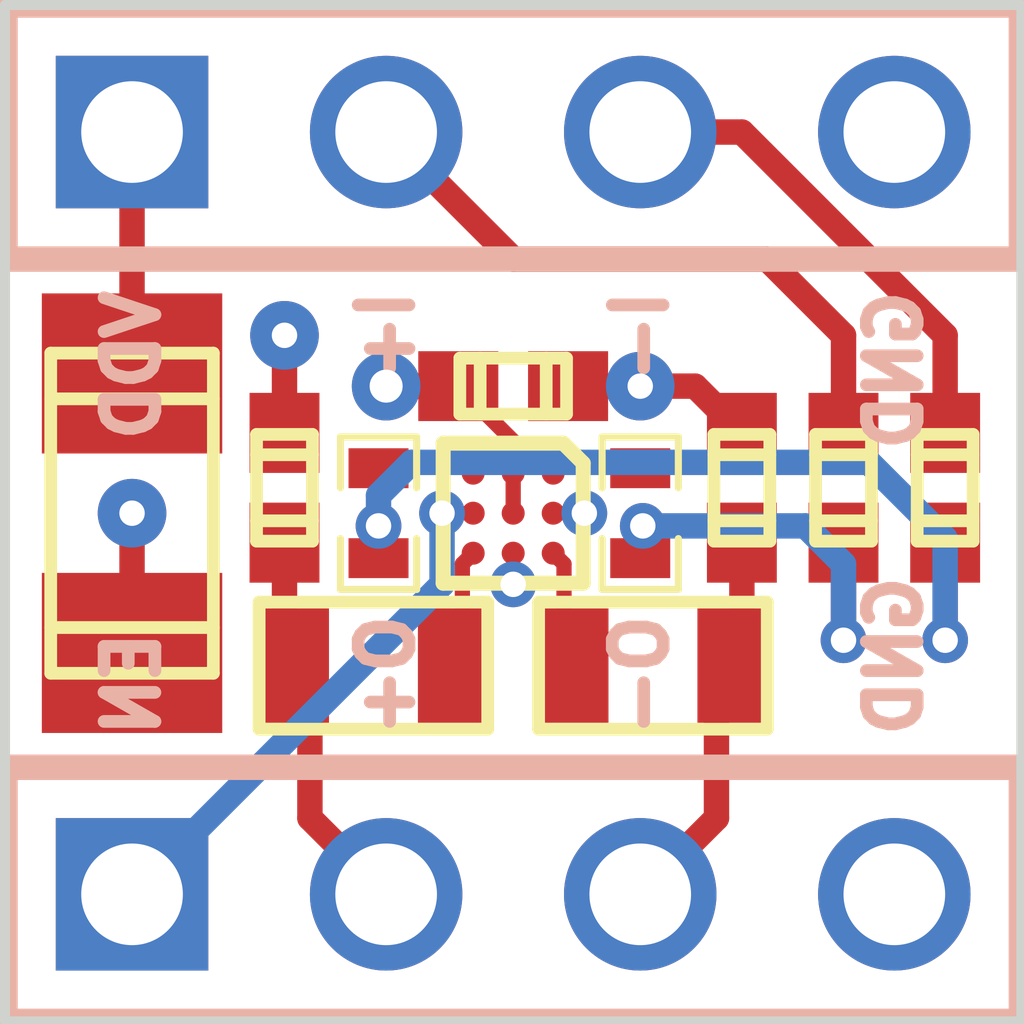
<source format=kicad_pcb>
(kicad_pcb (version 3) (host pcbnew "(2013-june-11)-stable")

  (general
    (links 24)
    (no_connects 0)
    (area 213.105999 60.2234 223.86169 74.3966)
    (thickness 1.6)
    (drawings 12)
    (tracks 64)
    (zones 0)
    (modules 13)
    (nets 14)
  )

  (page A3)
  (layers
    (15 F.Cu signal hide)
    (2 Inner2.Cu signal hide)
    (1 Inner1.Cu signal hide)
    (0 B.Cu signal hide)
    (19 F.Paste user)
    (20 B.SilkS user hide)
    (21 F.SilkS user)
    (22 B.Mask user)
    (23 F.Mask user)
    (28 Edge.Cuts user)
  )

  (setup
    (last_trace_width 0.254)
    (trace_clearance 0.127)
    (zone_clearance 0.1524)
    (zone_45_only no)
    (trace_min 0.127)
    (segment_width 0.2)
    (edge_width 0.1)
    (via_size 0.6858)
    (via_drill 0.3302)
    (via_min_size 0.4572)
    (via_min_drill 0.254)
    (uvia_size 0.4572)
    (uvia_drill 0.254)
    (uvias_allowed no)
    (uvia_min_size 0.4572)
    (uvia_min_drill 0.254)
    (pcb_text_width 0.3)
    (pcb_text_size 1.5 1.5)
    (mod_edge_width 0.15)
    (mod_text_size 1 1)
    (mod_text_width 0.15)
    (pad_size 0.23 0.23)
    (pad_drill 0)
    (pad_to_mask_clearance 0)
    (aux_axis_origin 0 0)
    (visible_elements FFFFFFBF)
    (pcbplotparams
      (layerselection 284721159)
      (usegerberextensions true)
      (excludeedgelayer true)
      (linewidth 0.150000)
      (plotframeref false)
      (viasonmask false)
      (mode 1)
      (useauxorigin false)
      (hpglpennumber 1)
      (hpglpenspeed 20)
      (hpglpendiameter 15)
      (hpglpenoverlay 2)
      (psnegative false)
      (psa4output false)
      (plotreference true)
      (plotvalue true)
      (plotothertext true)
      (plotinvisibletext false)
      (padsonsilk false)
      (subtractmaskfromsilk true)
      (outputformat 1)
      (mirror false)
      (drillshape 0)
      (scaleselection 1)
      (outputdirectory gerber/))
  )

  (net 0 "")
  (net 1 /EN)
  (net 2 /GND)
  (net 3 /IN+)
  (net 4 /IN+_BGA)
  (net 5 /IN-)
  (net 6 /IN-_BGA)
  (net 7 /OUT+)
  (net 8 /OUT-)
  (net 9 /Vdd)
  (net 10 /Vo+_BGA)
  (net 11 /Vo-_BGA)
  (net 12 N-000001)
  (net 13 N-000002)

  (net_class Default "This is the default net class."
    (clearance 0.127)
    (trace_width 0.254)
    (via_dia 0.6858)
    (via_drill 0.3302)
    (uvia_dia 0.4572)
    (uvia_drill 0.254)
    (add_net "")
    (add_net /IN+)
    (add_net /IN-)
    (add_net /OUT+)
    (add_net /OUT-)
    (add_net /Vdd)
  )

  (net_class BGA ""
    (clearance 0.127)
    (trace_width 0.127)
    (via_dia 0.4572)
    (via_drill 0.254)
    (uvia_dia 0.4572)
    (uvia_drill 0.254)
    (add_net /EN)
    (add_net /GND)
    (add_net /IN+_BGA)
    (add_net /IN-_BGA)
    (add_net /Vo+_BGA)
    (add_net /Vo-_BGA)
  )

  (net_class small_via ""
    (clearance 0.127)
    (trace_width 0.254)
    (via_dia 0.4572)
    (via_drill 0.254)
    (uvia_dia 0.4572)
    (uvia_drill 0.254)
    (add_net N-000001)
    (add_net N-000002)
  )

  (module SM0603 (layer F.Cu) (tedit 53CAE48B) (tstamp 52FD9A12)
    (at 217.043 68.834 180)
    (path /52FD96AA)
    (attr smd)
    (fp_text reference FB1 (at 0 0 270) (layer F.SilkS) hide
      (effects (font (size 0.508 0.4572) (thickness 0.1143)))
    )
    (fp_text value FILTER (at 0 0 180) (layer F.SilkS) hide
      (effects (font (size 0.508 0.4572) (thickness 0.1143)))
    )
    (fp_line (start -1.143 -0.635) (end 1.143 -0.635) (layer F.SilkS) (width 0.127))
    (fp_line (start 1.143 -0.635) (end 1.143 0.635) (layer F.SilkS) (width 0.127))
    (fp_line (start 1.143 0.635) (end -1.143 0.635) (layer F.SilkS) (width 0.127))
    (fp_line (start -1.143 0.635) (end -1.143 -0.635) (layer F.SilkS) (width 0.127))
    (pad 1 smd rect (at -0.762 0 180) (size 0.635 1.143)
      (layers F.Cu F.Paste F.Mask)
      (net 10 /Vo+_BGA)
    )
    (pad 2 smd rect (at 0.762 0 180) (size 0.635 1.143)
      (layers F.Cu F.Paste F.Mask)
      (net 7 /OUT+)
    )
    (model smd\resistors\R0603.wrl
      (at (xyz 0 0 0.001))
      (scale (xyz 0.5 0.5 0.5))
      (rotate (xyz 0 0 0))
    )
  )

  (module SM0603 (layer F.Cu) (tedit 53CAE48D) (tstamp 52FD9A1C)
    (at 219.837 68.834)
    (path /52FD96B7)
    (attr smd)
    (fp_text reference FB2 (at 0 0 90) (layer F.SilkS) hide
      (effects (font (size 0.508 0.4572) (thickness 0.1143)))
    )
    (fp_text value FILTER (at 0 0) (layer F.SilkS) hide
      (effects (font (size 0.508 0.4572) (thickness 0.1143)))
    )
    (fp_line (start -1.143 -0.635) (end 1.143 -0.635) (layer F.SilkS) (width 0.127))
    (fp_line (start 1.143 -0.635) (end 1.143 0.635) (layer F.SilkS) (width 0.127))
    (fp_line (start 1.143 0.635) (end -1.143 0.635) (layer F.SilkS) (width 0.127))
    (fp_line (start -1.143 0.635) (end -1.143 -0.635) (layer F.SilkS) (width 0.127))
    (pad 1 smd rect (at -0.762 0) (size 0.635 1.143)
      (layers F.Cu F.Paste F.Mask)
      (net 11 /Vo-_BGA)
    )
    (pad 2 smd rect (at 0.762 0) (size 0.635 1.143)
      (layers F.Cu F.Paste F.Mask)
      (net 8 /OUT-)
    )
    (model smd\resistors\R0603.wrl
      (at (xyz 0 0 0.001))
      (scale (xyz 0.5 0.5 0.5))
      (rotate (xyz 0 0 0))
    )
  )

  (module SM0402_r (layer F.Cu) (tedit 53CAE47B) (tstamp 52FD9A28)
    (at 217.0938 67.31 90)
    (path /52FD91F7)
    (clearance 0.127)
    (attr smd)
    (fp_text reference R2 (at 0 0 90) (layer F.SilkS) hide
      (effects (font (size 0.35052 0.3048) (thickness 0.07112)))
    )
    (fp_text value R (at 0.09906 0 90) (layer F.SilkS) hide
      (effects (font (size 0.35052 0.3048) (thickness 0.07112)))
    )
    (fp_line (start -0.254 -0.381) (end -0.762 -0.381) (layer F.SilkS) (width 0.07112))
    (fp_line (start -0.762 -0.381) (end -0.762 0.381) (layer F.SilkS) (width 0.07112))
    (fp_line (start -0.762 0.381) (end -0.254 0.381) (layer F.SilkS) (width 0.07112))
    (fp_line (start 0.254 -0.381) (end 0.762 -0.381) (layer F.SilkS) (width 0.07112))
    (fp_line (start 0.762 -0.381) (end 0.762 0.381) (layer F.SilkS) (width 0.07112))
    (fp_line (start 0.762 0.381) (end 0.254 0.381) (layer F.SilkS) (width 0.07112))
    (pad 1 smd rect (at -0.44958 0 90) (size 0.39878 0.59944)
      (layers F.Cu F.Paste F.Mask)
      (net 12 N-000001)
    )
    (pad 2 smd rect (at 0.44958 0 90) (size 0.39878 0.59944)
      (layers F.Cu F.Paste F.Mask)
      (net 6 /IN-_BGA)
    )
    (model smd/resistors/R0402.wrl
      (at (xyz 0 0 0))
      (scale (xyz 0.27 0.27 0.27))
      (rotate (xyz 0 0 0))
    )
  )

  (module SM0402_r (layer F.Cu) (tedit 53CAE47F) (tstamp 52FD9A34)
    (at 219.71 67.31 90)
    (path /52FD9206)
    (attr smd)
    (fp_text reference R1 (at 0 0 90) (layer F.SilkS) hide
      (effects (font (size 0.35052 0.3048) (thickness 0.07112)))
    )
    (fp_text value R (at 0.09906 0 90) (layer F.SilkS) hide
      (effects (font (size 0.35052 0.3048) (thickness 0.07112)))
    )
    (fp_line (start -0.254 -0.381) (end -0.762 -0.381) (layer F.SilkS) (width 0.07112))
    (fp_line (start -0.762 -0.381) (end -0.762 0.381) (layer F.SilkS) (width 0.07112))
    (fp_line (start -0.762 0.381) (end -0.254 0.381) (layer F.SilkS) (width 0.07112))
    (fp_line (start 0.254 -0.381) (end 0.762 -0.381) (layer F.SilkS) (width 0.07112))
    (fp_line (start 0.762 -0.381) (end 0.762 0.381) (layer F.SilkS) (width 0.07112))
    (fp_line (start 0.762 0.381) (end 0.254 0.381) (layer F.SilkS) (width 0.07112))
    (pad 1 smd rect (at -0.44958 0 90) (size 0.39878 0.59944)
      (layers F.Cu F.Paste F.Mask)
      (net 13 N-000002)
    )
    (pad 2 smd rect (at 0.44958 0 90) (size 0.39878 0.59944)
      (layers F.Cu F.Paste F.Mask)
      (net 4 /IN+_BGA)
    )
    (model smd/resistors/R0402.wrl
      (at (xyz 0 0 0))
      (scale (xyz 0.27 0.27 0.27))
      (rotate (xyz 0 0 0))
    )
  )

  (module PIN_ARRAY_4x1 (layer B.Cu) (tedit 52FD9D08) (tstamp 52FD9A40)
    (at 218.44 63.5)
    (descr "Double rangee de contacts 2 x 5 pins")
    (tags CONN)
    (path /52FD8BBE)
    (fp_text reference P1 (at 0 2.54) (layer B.SilkS) hide
      (effects (font (size 1.016 1.016) (thickness 0.2032)) (justify mirror))
    )
    (fp_text value CONN_4 (at 0 -2.54) (layer B.SilkS) hide
      (effects (font (size 1.016 1.016) (thickness 0.2032)) (justify mirror))
    )
    (fp_line (start 5.08 -1.27) (end -5.08 -1.27) (layer B.SilkS) (width 0.254))
    (fp_line (start 5.08 1.27) (end -5.08 1.27) (layer B.SilkS) (width 0.254))
    (fp_line (start -5.08 1.27) (end -5.08 -1.27) (layer B.SilkS) (width 0.254))
    (fp_line (start 5.08 -1.27) (end 5.08 1.27) (layer B.SilkS) (width 0.254))
    (pad 1 thru_hole rect (at -3.81 0) (size 1.524 1.524) (drill 1.016)
      (layers *.Cu *.Mask)
      (net 9 /Vdd)
    )
    (pad 2 thru_hole circle (at -1.27 0) (size 1.524 1.524) (drill 1.016)
      (layers *.Cu *.Mask)
      (net 3 /IN+)
    )
    (pad 3 thru_hole circle (at 1.27 0) (size 1.524 1.524) (drill 1.016)
      (layers *.Cu *.Mask)
      (net 5 /IN-)
    )
    (pad 4 thru_hole circle (at 3.81 0) (size 1.524 1.524) (drill 1.016)
      (layers *.Cu *.Mask)
      (net 2 /GND)
    )
    (model pin_array\pins_array_4x1.wrl
      (at (xyz 0 0 0))
      (scale (xyz 1 1 1))
      (rotate (xyz 0 0 0))
    )
  )

  (module PIN_ARRAY_4x1 (layer B.Cu) (tedit 52FD9D04) (tstamp 52FD9A4C)
    (at 218.44 71.12)
    (descr "Double rangee de contacts 2 x 5 pins")
    (tags CONN)
    (path /52FD8BCB)
    (fp_text reference P2 (at 0 2.54) (layer B.SilkS) hide
      (effects (font (size 1.016 1.016) (thickness 0.2032)) (justify mirror))
    )
    (fp_text value CONN_4 (at 0 -2.54) (layer B.SilkS) hide
      (effects (font (size 1.016 1.016) (thickness 0.2032)) (justify mirror))
    )
    (fp_line (start 5.08 -1.27) (end -5.08 -1.27) (layer B.SilkS) (width 0.254))
    (fp_line (start 5.08 1.27) (end -5.08 1.27) (layer B.SilkS) (width 0.254))
    (fp_line (start -5.08 1.27) (end -5.08 -1.27) (layer B.SilkS) (width 0.254))
    (fp_line (start 5.08 -1.27) (end 5.08 1.27) (layer B.SilkS) (width 0.254))
    (pad 1 thru_hole rect (at -3.81 0) (size 1.524 1.524) (drill 1.016)
      (layers *.Cu *.Mask)
      (net 1 /EN)
    )
    (pad 2 thru_hole circle (at -1.27 0) (size 1.524 1.524) (drill 1.016)
      (layers *.Cu *.Mask)
      (net 7 /OUT+)
    )
    (pad 3 thru_hole circle (at 1.27 0) (size 1.524 1.524) (drill 1.016)
      (layers *.Cu *.Mask)
      (net 8 /OUT-)
    )
    (pad 4 thru_hole circle (at 3.81 0) (size 1.524 1.524) (drill 1.016)
      (layers *.Cu *.Mask)
      (net 2 /GND)
    )
    (model pin_array\pins_array_4x1.wrl
      (at (xyz 0 0 0))
      (scale (xyz 1 1 1))
      (rotate (xyz 0 0 0))
    )
  )

  (module c_0402 (layer F.Cu) (tedit 53CAE4A4) (tstamp 52FD9A64)
    (at 222.758 67.056 90)
    (descr "SMT capacitor, 0402")
    (path /52FD95AA)
    (fp_text reference C2 (at 0 -0.4826 90) (layer F.SilkS) hide
      (effects (font (size 0.1524 0.1524) (thickness 0.03048)))
    )
    (fp_text value C (at 0 0.4826 90) (layer F.SilkS) hide
      (effects (font (size 0.1524 0.1524) (thickness 0.03048)))
    )
    (fp_line (start 0.3302 -0.2794) (end 0.3302 0.2794) (layer F.SilkS) (width 0.127))
    (fp_line (start -0.3302 -0.2794) (end -0.3302 0.2794) (layer F.SilkS) (width 0.127))
    (fp_line (start -0.5334 -0.2794) (end -0.5334 0.2794) (layer F.SilkS) (width 0.127))
    (fp_line (start -0.5334 0.2794) (end 0.5334 0.2794) (layer F.SilkS) (width 0.127))
    (fp_line (start 0.5334 0.2794) (end 0.5334 -0.2794) (layer F.SilkS) (width 0.127))
    (fp_line (start 0.5334 -0.2794) (end -0.5334 -0.2794) (layer F.SilkS) (width 0.127))
    (pad 1 smd rect (at 0.54864 0 90) (size 0.8001 0.6985)
      (layers F.Cu F.Paste F.Mask)
      (net 5 /IN-)
    )
    (pad 2 smd rect (at -0.54864 0 90) (size 0.8001 0.6985)
      (layers F.Cu F.Paste F.Mask)
      (net 12 N-000001)
    )
    (model smd/capacitors/c_0402.wrl
      (at (xyz 0 0 0))
      (scale (xyz 1 1 1))
      (rotate (xyz 0 0 0))
    )
  )

  (module c_0402 (layer F.Cu) (tedit 53CAE494) (tstamp 52FD9A70)
    (at 221.742 67.056 90)
    (descr "SMT capacitor, 0402")
    (path /52FD95B9)
    (fp_text reference C1 (at 0 -0.4826 90) (layer F.SilkS) hide
      (effects (font (size 0.1524 0.1524) (thickness 0.03048)))
    )
    (fp_text value C (at 0 0.4826 90) (layer F.SilkS) hide
      (effects (font (size 0.1524 0.1524) (thickness 0.03048)))
    )
    (fp_line (start 0.3302 -0.2794) (end 0.3302 0.2794) (layer F.SilkS) (width 0.127))
    (fp_line (start -0.3302 -0.2794) (end -0.3302 0.2794) (layer F.SilkS) (width 0.127))
    (fp_line (start -0.5334 -0.2794) (end -0.5334 0.2794) (layer F.SilkS) (width 0.127))
    (fp_line (start -0.5334 0.2794) (end 0.5334 0.2794) (layer F.SilkS) (width 0.127))
    (fp_line (start 0.5334 0.2794) (end 0.5334 -0.2794) (layer F.SilkS) (width 0.127))
    (fp_line (start 0.5334 -0.2794) (end -0.5334 -0.2794) (layer F.SilkS) (width 0.127))
    (pad 1 smd rect (at 0.54864 0 90) (size 0.8001 0.6985)
      (layers F.Cu F.Paste F.Mask)
      (net 3 /IN+)
    )
    (pad 2 smd rect (at -0.54864 0 90) (size 0.8001 0.6985)
      (layers F.Cu F.Paste F.Mask)
      (net 13 N-000002)
    )
    (model smd/capacitors/c_0402.wrl
      (at (xyz 0 0 0))
      (scale (xyz 1 1 1))
      (rotate (xyz 0 0 0))
    )
  )

  (module c_0402 (layer F.Cu) (tedit 53CAE483) (tstamp 52FD9A7C)
    (at 216.154 67.056 270)
    (descr "SMT capacitor, 0402")
    (path /52FD982B)
    (fp_text reference C4 (at 0 0 360) (layer F.SilkS) hide
      (effects (font (size 0.1524 0.1524) (thickness 0.03048)))
    )
    (fp_text value C (at 0 0.4826 270) (layer F.SilkS) hide
      (effects (font (size 0.1524 0.1524) (thickness 0.03048)))
    )
    (fp_line (start 0.3302 -0.2794) (end 0.3302 0.2794) (layer F.SilkS) (width 0.127))
    (fp_line (start -0.3302 -0.2794) (end -0.3302 0.2794) (layer F.SilkS) (width 0.127))
    (fp_line (start -0.5334 -0.2794) (end -0.5334 0.2794) (layer F.SilkS) (width 0.127))
    (fp_line (start -0.5334 0.2794) (end 0.5334 0.2794) (layer F.SilkS) (width 0.127))
    (fp_line (start 0.5334 0.2794) (end 0.5334 -0.2794) (layer F.SilkS) (width 0.127))
    (fp_line (start 0.5334 -0.2794) (end -0.5334 -0.2794) (layer F.SilkS) (width 0.127))
    (pad 1 smd rect (at 0.54864 0 270) (size 0.8001 0.6985)
      (layers F.Cu F.Paste F.Mask)
      (net 7 /OUT+)
    )
    (pad 2 smd rect (at -0.54864 0 270) (size 0.8001 0.6985)
      (layers F.Cu F.Paste F.Mask)
      (net 2 /GND)
    )
    (model smd/capacitors/c_0402.wrl
      (at (xyz 0 0 0))
      (scale (xyz 1 1 1))
      (rotate (xyz 0 0 0))
    )
  )

  (module c_0402 (layer F.Cu) (tedit 53CAE490) (tstamp 52FD9A88)
    (at 220.726 67.056 270)
    (descr "SMT capacitor, 0402")
    (path /52FD983A)
    (fp_text reference C5 (at 0 0 360) (layer F.SilkS) hide
      (effects (font (size 0.1524 0.1524) (thickness 0.03048)))
    )
    (fp_text value C (at 0 0.4826 270) (layer F.SilkS) hide
      (effects (font (size 0.1524 0.1524) (thickness 0.03048)))
    )
    (fp_line (start 0.3302 -0.2794) (end 0.3302 0.2794) (layer F.SilkS) (width 0.127))
    (fp_line (start -0.3302 -0.2794) (end -0.3302 0.2794) (layer F.SilkS) (width 0.127))
    (fp_line (start -0.5334 -0.2794) (end -0.5334 0.2794) (layer F.SilkS) (width 0.127))
    (fp_line (start -0.5334 0.2794) (end 0.5334 0.2794) (layer F.SilkS) (width 0.127))
    (fp_line (start 0.5334 0.2794) (end 0.5334 -0.2794) (layer F.SilkS) (width 0.127))
    (fp_line (start 0.5334 -0.2794) (end -0.5334 -0.2794) (layer F.SilkS) (width 0.127))
    (pad 1 smd rect (at 0.54864 0 270) (size 0.8001 0.6985)
      (layers F.Cu F.Paste F.Mask)
      (net 8 /OUT-)
    )
    (pad 2 smd rect (at -0.54864 0 270) (size 0.8001 0.6985)
      (layers F.Cu F.Paste F.Mask)
      (net 2 /GND)
    )
    (model smd/capacitors/c_0402.wrl
      (at (xyz 0 0 0))
      (scale (xyz 1 1 1))
      (rotate (xyz 0 0 0))
    )
  )

  (module BGA9 (layer F.Cu) (tedit 52FD9B3B) (tstamp 52FD9A95)
    (at 218.44 67.31 270)
    (path /52FD8BAE)
    (clearance 0.127)
    (fp_text reference U1 (at 0 1.5 270) (layer F.SilkS) hide
      (effects (font (size 1 1) (thickness 0.15)))
    )
    (fp_text value TPA2011D1 (at 0 -1.3 270) (layer F.SilkS) hide
      (effects (font (size 1 1) (thickness 0.15)))
    )
    (fp_line (start 0.7 0.7) (end 0.7 -0.7) (layer F.SilkS) (width 0.15))
    (fp_line (start 0.7 -0.7) (end -0.5 -0.7) (layer F.SilkS) (width 0.15))
    (fp_line (start -0.5 -0.7) (end -0.7 -0.5) (layer F.SilkS) (width 0.15))
    (fp_line (start -0.7 -0.5) (end -0.7 0.7) (layer F.SilkS) (width 0.15))
    (fp_line (start -0.7 0.7) (end 0.7 0.7) (layer F.SilkS) (width 0.15))
    (pad A3 smd circle (at 0.4 -0.4 270) (size 0.23 0.23)
      (layers F.Cu F.Paste F.Mask)
      (net 11 /Vo-_BGA)
      (solder_mask_margin 0.04)
      (clearance 0.16)
    )
    (pad B1 smd circle (at -0.4 0 270) (size 0.23 0.23)
      (layers F.Cu F.Paste F.Mask)
      (net 9 /Vdd)
      (solder_mask_margin 0.04)
      (clearance 0.16)
    )
    (pad C1 smd circle (at -0.4 0.4 270) (size 0.23 0.23)
      (layers F.Cu F.Paste F.Mask)
      (net 6 /IN-_BGA)
      (solder_mask_margin 0.04)
      (clearance 0.16)
    )
    (pad C2 smd circle (at 0 0.4 270) (size 0.23 0.23)
      (layers F.Cu F.Paste F.Mask)
      (net 1 /EN)
      (solder_mask_margin 0.04)
      (clearance 0.16)
    )
    (pad C3 smd circle (at 0.4 0.4 270) (size 0.23 0.23)
      (layers F.Cu F.Paste F.Mask)
      (net 10 /Vo+_BGA)
      (solder_mask_margin 0.04)
      (clearance 0.16)
    )
    (pad B3 smd circle (at 0.4 0 270) (size 0.23 0.23)
      (layers F.Cu F.Paste F.Mask)
      (net 2 /GND)
      (solder_mask_margin 0.04)
      (clearance 0.16)
    )
    (pad A2 smd circle (at 0 -0.4 270) (size 0.23 0.23)
      (layers F.Cu F.Paste F.Mask)
      (net 2 /GND)
      (solder_mask_margin 0.04)
      (clearance 0.16)
    )
    (pad A1 smd circle (at -0.4 -0.4 270) (size 0.23 0.23)
      (layers F.Cu F.Paste F.Mask)
      (net 4 /IN+_BGA)
      (solder_mask_margin 0.04)
      (clearance 0.16)
    )
    (pad B2 smd circle (at 0 0 270) (size 0.23 0.23)
      (layers F.Cu F.Paste F.Mask)
      (net 9 /Vdd)
      (solder_mask_margin 0.04)
      (clearance 0.16)
    )
  )

  (module c_1206 (layer F.Cu) (tedit 53CAE488) (tstamp 53B6D793)
    (at 214.63 67.31 90)
    (descr "SMT capacitor, 1206")
    (path /53B6D786)
    (fp_text reference C6 (at 0 -0.762 90) (layer F.SilkS) hide
      (effects (font (size 0.50038 0.50038) (thickness 0.11938)))
    )
    (fp_text value 10u (at 0 1.27 90) (layer F.SilkS) hide
      (effects (font (size 0.50038 0.50038) (thickness 0.11938)))
    )
    (fp_line (start 1.143 0.8128) (end 1.143 -0.8128) (layer F.SilkS) (width 0.127))
    (fp_line (start -1.143 -0.8128) (end -1.143 0.8128) (layer F.SilkS) (width 0.127))
    (fp_line (start -1.6002 -0.8128) (end -1.6002 0.8128) (layer F.SilkS) (width 0.127))
    (fp_line (start -1.6002 0.8128) (end 1.6002 0.8128) (layer F.SilkS) (width 0.127))
    (fp_line (start 1.6002 0.8128) (end 1.6002 -0.8128) (layer F.SilkS) (width 0.127))
    (fp_line (start 1.6002 -0.8128) (end -1.6002 -0.8128) (layer F.SilkS) (width 0.127))
    (pad 1 smd rect (at 1.397 0 90) (size 1.6002 1.8034)
      (layers F.Cu F.Paste F.Mask)
      (net 9 /Vdd)
    )
    (pad 2 smd rect (at -1.397 0 90) (size 1.6002 1.8034)
      (layers F.Cu F.Paste F.Mask)
      (net 2 /GND)
    )
    (model smd/capacitors/c_1206.wrl
      (at (xyz 0 0 0))
      (scale (xyz 1 1 1))
      (rotate (xyz 0 0 0))
    )
  )

  (module c_0402 (layer F.Cu) (tedit 53CAE49C) (tstamp 53B6D7C3)
    (at 218.44 66.04 180)
    (descr "SMT capacitor, 0402")
    (path /52FD91E8)
    (fp_text reference C3 (at 0 -0.4826 180) (layer F.SilkS) hide
      (effects (font (size 0.1524 0.1524) (thickness 0.03048)))
    )
    (fp_text value 0.1u (at 0 0.4826 180) (layer F.SilkS) hide
      (effects (font (size 0.1524 0.1524) (thickness 0.03048)))
    )
    (fp_line (start 0.3302 -0.2794) (end 0.3302 0.2794) (layer F.SilkS) (width 0.127))
    (fp_line (start -0.3302 -0.2794) (end -0.3302 0.2794) (layer F.SilkS) (width 0.127))
    (fp_line (start -0.5334 -0.2794) (end -0.5334 0.2794) (layer F.SilkS) (width 0.127))
    (fp_line (start -0.5334 0.2794) (end 0.5334 0.2794) (layer F.SilkS) (width 0.127))
    (fp_line (start 0.5334 0.2794) (end 0.5334 -0.2794) (layer F.SilkS) (width 0.127))
    (fp_line (start 0.5334 -0.2794) (end -0.5334 -0.2794) (layer F.SilkS) (width 0.127))
    (pad 1 smd rect (at 0.54864 0 180) (size 0.8001 0.6985)
      (layers F.Cu F.Paste F.Mask)
      (net 9 /Vdd)
    )
    (pad 2 smd rect (at -0.54864 0 180) (size 0.8001 0.6985)
      (layers F.Cu F.Paste F.Mask)
      (net 2 /GND)
    )
    (model smd/capacitors/c_0402.wrl
      (at (xyz 0 0 0))
      (scale (xyz 1 1 1))
      (rotate (xyz 0 0 0))
    )
  )

  (gr_text VDD (at 214.63 65.024 90) (layer B.SilkS)
    (effects (font (size 0.508 0.508) (thickness 0.127)) (justify left mirror))
  )
  (gr_text I+ (at 217.17 65.024 90) (layer B.SilkS)
    (effects (font (size 0.508 0.508) (thickness 0.127)) (justify left mirror))
  )
  (gr_text "I-\n" (at 219.71 65.024 90) (layer B.SilkS)
    (effects (font (size 0.508 0.508) (thickness 0.127)) (justify left mirror))
  )
  (gr_text GND (at 222.25 65.024 90) (layer B.SilkS)
    (effects (font (size 0.508 0.508) (thickness 0.127)) (justify left mirror))
  )
  (gr_text GND (at 222.25 69.596 90) (layer B.SilkS)
    (effects (font (size 0.508 0.508) (thickness 0.127)) (justify right mirror))
  )
  (gr_text O- (at 219.71 69.596 90) (layer B.SilkS)
    (effects (font (size 0.508 0.508) (thickness 0.127)) (justify right mirror))
  )
  (gr_text O+ (at 217.17 69.596 90) (layer B.SilkS)
    (effects (font (size 0.508 0.508) (thickness 0.127)) (justify right mirror))
  )
  (gr_text EN (at 214.63 69.596 90) (layer B.SilkS)
    (effects (font (size 0.508 0.508) (thickness 0.127)) (justify right mirror))
  )
  (gr_line (start 223.52 72.39) (end 213.36 72.39) (angle 90) (layer Edge.Cuts) (width 0.1))
  (gr_line (start 223.52 62.23) (end 223.52 72.39) (angle 90) (layer Edge.Cuts) (width 0.1))
  (gr_line (start 213.36 62.23) (end 223.52 62.23) (angle 90) (layer Edge.Cuts) (width 0.1))
  (gr_line (start 213.36 72.39) (end 213.36 62.23) (angle 90) (layer Edge.Cuts) (width 0.1))

  (via (at 217.7288 67.31) (size 0.4572) (layers F.Cu B.Cu) (net 1))
  (segment (start 218.04 67.31) (end 217.7288 67.31) (width 0.127) (layer F.Cu) (net 1))
  (segment (start 217.7288 67.31) (end 217.7288 68.0212) (width 0.254) (layer B.Cu) (net 1))
  (segment (start 217.7288 68.0212) (end 214.63 71.12) (width 0.254) (layer B.Cu) (net 1) (tstamp 53B6DFD9))
  (via (at 219.1512 67.31) (size 0.4572) (layers F.Cu B.Cu) (net 2))
  (via (at 218.44 68.0212) (size 0.4572) (layers F.Cu B.Cu) (net 2))
  (segment (start 218.44 67.71) (end 218.44 68.0212) (width 0.127) (layer F.Cu) (net 2))
  (segment (start 218.84 67.31) (end 219.1512 67.31) (width 0.127) (layer F.Cu) (net 2))
  (segment (start 214.63 68.707) (end 214.63 67.31) (width 0.254) (layer F.Cu) (net 2))
  (via (at 214.63 67.31) (size 0.6858) (layers F.Cu B.Cu) (net 2))
  (segment (start 219.71 66.04) (end 220.25864 66.04) (width 0.254) (layer F.Cu) (net 2))
  (via (at 219.71 66.04) (size 0.6858) (layers F.Cu B.Cu) (net 2))
  (segment (start 218.98864 66.04) (end 219.71 66.04) (width 0.254) (layer F.Cu) (net 2))
  (segment (start 220.25864 66.04) (end 220.726 66.50736) (width 0.254) (layer F.Cu) (net 2) (tstamp 53B6DFA4))
  (segment (start 216.154 66.50736) (end 216.154 65.532) (width 0.254) (layer F.Cu) (net 2))
  (via (at 216.154 65.532) (size 0.6858) (layers F.Cu B.Cu) (net 2))
  (segment (start 221.742 66.50736) (end 221.742 65.532) (width 0.254) (layer F.Cu) (net 3))
  (segment (start 218.44 64.77) (end 217.17 63.5) (width 0.254) (layer F.Cu) (net 3) (tstamp 53B6DFB0))
  (segment (start 220.98 64.77) (end 218.44 64.77) (width 0.254) (layer F.Cu) (net 3) (tstamp 53B6DFAC))
  (segment (start 221.742 65.532) (end 220.98 64.77) (width 0.254) (layer F.Cu) (net 3) (tstamp 53B6DFA9))
  (segment (start 218.84 66.91) (end 218.948 66.802) (width 0.1524) (layer F.Cu) (net 4))
  (segment (start 219.65158 66.802) (end 219.71 66.86042) (width 0.1524) (layer F.Cu) (net 4) (tstamp 53B6DC90))
  (segment (start 218.948 66.802) (end 219.65158 66.802) (width 0.1524) (layer F.Cu) (net 4) (tstamp 53B6DC8F))
  (segment (start 222.758 66.50736) (end 222.758 65.532) (width 0.254) (layer F.Cu) (net 5))
  (segment (start 220.726 63.5) (end 219.71 63.5) (width 0.254) (layer F.Cu) (net 5) (tstamp 53B6DFB8))
  (segment (start 222.758 65.532) (end 220.726 63.5) (width 0.254) (layer F.Cu) (net 5) (tstamp 53B6DFB7))
  (segment (start 218.04 66.91) (end 217.932 66.802) (width 0.1524) (layer F.Cu) (net 6))
  (segment (start 217.22842 66.802) (end 217.17 66.86042) (width 0.1524) (layer F.Cu) (net 6) (tstamp 53B6DC8C))
  (segment (start 217.932 66.802) (end 217.22842 66.802) (width 0.1524) (layer F.Cu) (net 6) (tstamp 53B6DC8B))
  (segment (start 216.408 68.834) (end 216.408 70.358) (width 0.254) (layer F.Cu) (net 7))
  (segment (start 216.408 70.358) (end 217.17 71.12) (width 0.254) (layer F.Cu) (net 7) (tstamp 53B6DAF7))
  (segment (start 216.154 67.60464) (end 216.154 68.58) (width 0.254) (layer F.Cu) (net 7))
  (segment (start 216.154 68.58) (end 216.408 68.834) (width 0.254) (layer F.Cu) (net 7) (tstamp 53B6DAF3))
  (segment (start 220.726 67.60464) (end 220.726 68.58) (width 0.254) (layer F.Cu) (net 8))
  (segment (start 220.726 68.58) (end 220.472 68.834) (width 0.254) (layer F.Cu) (net 8) (tstamp 53B6DAFD))
  (segment (start 220.472 68.834) (end 220.472 70.358) (width 0.254) (layer F.Cu) (net 8))
  (segment (start 220.472 70.358) (end 219.71 71.12) (width 0.254) (layer F.Cu) (net 8) (tstamp 53B6DAFA))
  (segment (start 217.89136 66.04) (end 217.17 66.04) (width 0.254) (layer F.Cu) (net 9))
  (via (at 217.17 66.04) (size 0.6858) (layers F.Cu B.Cu) (net 9))
  (segment (start 218.44 67.31) (end 218.44 66.91) (width 0.1524) (layer F.Cu) (net 9))
  (segment (start 218.44 66.91) (end 218.44 66.58864) (width 0.1524) (layer F.Cu) (net 9))
  (segment (start 218.44 66.58864) (end 217.89136 66.04) (width 0.1524) (layer F.Cu) (net 9) (tstamp 53B6DD10))
  (segment (start 214.63 63.5) (end 214.63 65.913) (width 0.254) (layer F.Cu) (net 9))
  (segment (start 217.932 68.834) (end 217.932 67.818) (width 0.1524) (layer F.Cu) (net 10))
  (segment (start 217.932 67.818) (end 218.04 67.71) (width 0.1524) (layer F.Cu) (net 10) (tstamp 53B6DC09))
  (segment (start 218.948 68.834) (end 218.948 67.818) (width 0.1524) (layer F.Cu) (net 11))
  (segment (start 218.948 67.818) (end 218.84 67.71) (width 0.1524) (layer F.Cu) (net 11) (tstamp 53B6DC0E))
  (segment (start 217.0938 67.437) (end 217.0938 67.1322) (width 0.254) (layer B.Cu) (net 12))
  (via (at 217.0938 67.437) (size 0.4572) (layers F.Cu B.Cu) (net 12))
  (segment (start 217.0938 67.75958) (end 217.0938 67.437) (width 0.254) (layer F.Cu) (net 12))
  (segment (start 222.758 68.58) (end 222.758 67.60464) (width 0.254) (layer F.Cu) (net 12) (tstamp 53B6E5B3))
  (via (at 222.758 68.58) (size 0.4572) (layers F.Cu B.Cu) (net 12))
  (segment (start 222.758 67.564) (end 222.758 68.58) (width 0.254) (layer B.Cu) (net 12) (tstamp 53B6E5B0))
  (segment (start 221.996 66.802) (end 222.758 67.564) (width 0.254) (layer B.Cu) (net 12) (tstamp 53B6E5A7))
  (segment (start 217.424 66.802) (end 221.996 66.802) (width 0.254) (layer B.Cu) (net 12) (tstamp 53B6E5A4))
  (segment (start 217.0938 67.1322) (end 217.424 66.802) (width 0.254) (layer B.Cu) (net 12) (tstamp 53B6E5A3))
  (segment (start 219.7354 67.437) (end 221.361 67.437) (width 0.254) (layer B.Cu) (net 13))
  (segment (start 219.71 67.4624) (end 219.7354 67.437) (width 0.254) (layer F.Cu) (net 13) (tstamp 53B6E5C1))
  (via (at 219.7354 67.437) (size 0.4572) (layers F.Cu B.Cu) (net 13))
  (segment (start 219.71 67.75958) (end 219.71 67.4624) (width 0.254) (layer F.Cu) (net 13))
  (segment (start 221.742 68.58) (end 221.742 67.60464) (width 0.254) (layer F.Cu) (net 13) (tstamp 53B6E5D7))
  (via (at 221.742 68.58) (size 0.4572) (layers F.Cu B.Cu) (net 13))
  (segment (start 221.742 67.818) (end 221.742 68.58) (width 0.254) (layer B.Cu) (net 13) (tstamp 53B6E5D1))
  (segment (start 221.361 67.437) (end 221.742 67.818) (width 0.254) (layer B.Cu) (net 13) (tstamp 53B6E5CC))

  (zone (net 2) (net_name /GND) (layer Inner2.Cu) (tstamp 52FDA043) (hatch edge 0.508)
    (connect_pads thru_hole_only (clearance 0.1524))
    (min_thickness 0.1524)
    (fill (arc_segments 32) (thermal_gap 0.1524) (thermal_bridge_width 0.508))
    (polygon
      (pts
        (xy 213.36 62.23) (xy 213.36 72.39) (xy 223.52 72.39) (xy 223.52 62.23)
      )
    )
    (filled_polygon
      (pts
        (xy 223.2414 72.1114) (xy 222.250827 72.1114) (xy 222.386631 72.105971) (xy 222.575538 72.060654) (xy 222.681824 72.016846)
        (xy 222.775693 71.89714) (xy 222.25 71.371447) (xy 221.998553 71.622894) (xy 221.998553 71.12) (xy 221.47286 70.594307)
        (xy 221.353154 70.688176) (xy 221.286359 70.870598) (xy 221.256269 71.062519) (xy 221.264029 71.256631) (xy 221.309346 71.445538)
        (xy 221.353154 71.551824) (xy 221.47286 71.645693) (xy 221.998553 71.12) (xy 221.998553 71.622894) (xy 221.724307 71.89714)
        (xy 221.818176 72.016846) (xy 222.000598 72.083641) (xy 222.177651 72.1114) (xy 219.792371 72.1114) (xy 219.977681 72.078725)
        (xy 220.1588 72.008474) (xy 220.322825 71.90438) (xy 220.463508 71.77041) (xy 220.575489 71.611666) (xy 220.654505 71.434195)
        (xy 220.697544 71.244756) (xy 220.700642 71.022867) (xy 220.700642 63.402867) (xy 220.662909 63.2123) (xy 220.58888 63.032691)
        (xy 220.481374 62.870882) (xy 220.344487 62.733037) (xy 220.183433 62.624404) (xy 220.004346 62.549123) (xy 219.814047 62.51006)
        (xy 219.619785 62.508704) (xy 219.428959 62.545106) (xy 219.248838 62.617879) (xy 219.086283 62.724252) (xy 218.947485 62.860174)
        (xy 218.83773 63.020466) (xy 218.761201 63.199023) (xy 218.72081 63.389045) (xy 218.718098 63.583292) (xy 218.753167 63.774367)
        (xy 218.824681 63.954992) (xy 218.929917 64.118286) (xy 219.064866 64.25803) (xy 219.224388 64.368901) (xy 219.402407 64.446675)
        (xy 219.592142 64.488391) (xy 219.786366 64.492459) (xy 219.977681 64.458725) (xy 220.1588 64.388474) (xy 220.322825 64.28438)
        (xy 220.463508 64.15041) (xy 220.575489 63.991666) (xy 220.654505 63.814195) (xy 220.697544 63.624756) (xy 220.700642 63.402867)
        (xy 220.700642 71.022867) (xy 220.662909 70.8323) (xy 220.58888 70.652691) (xy 220.481374 70.490882) (xy 220.344487 70.353037)
        (xy 220.192619 70.2506) (xy 220.192619 67.392169) (xy 220.175204 67.304215) (xy 220.141037 67.221319) (xy 220.091419 67.146638)
        (xy 220.02824 67.083017) (xy 219.953907 67.032879) (xy 219.871252 66.998134) (xy 219.783422 66.980105) (xy 219.693762 66.979479)
        (xy 219.605689 66.99628) (xy 219.522556 67.029867) (xy 219.447531 67.078963) (xy 219.38347 67.141696) (xy 219.332814 67.215677)
        (xy 219.297493 67.298088) (xy 219.278851 67.38579) (xy 219.277599 67.475443) (xy 219.293785 67.563631) (xy 219.326791 67.646996)
        (xy 219.375362 67.722363) (xy 219.437646 67.78686) (xy 219.511271 67.838031) (xy 219.593434 67.873927) (xy 219.681004 67.89318)
        (xy 219.770646 67.895058) (xy 219.858945 67.879488) (xy 219.942539 67.847065) (xy 220.018242 67.799022) (xy 220.083173 67.737189)
        (xy 220.134856 67.663923) (xy 220.171325 67.582013) (xy 220.191189 67.49458) (xy 220.192619 67.392169) (xy 220.192619 70.2506)
        (xy 220.183433 70.244404) (xy 220.004346 70.169123) (xy 219.814047 70.13006) (xy 219.619785 70.128704) (xy 219.428959 70.165106)
        (xy 219.248838 70.237879) (xy 219.086283 70.344252) (xy 218.947485 70.480174) (xy 218.83773 70.640466) (xy 218.761201 70.819023)
        (xy 218.72081 71.009045) (xy 218.718098 71.203292) (xy 218.753167 71.394367) (xy 218.824681 71.574992) (xy 218.929917 71.738286)
        (xy 219.064866 71.87803) (xy 219.224388 71.988901) (xy 219.402407 72.066675) (xy 219.592142 72.108391) (xy 219.735804 72.1114)
        (xy 218.186019 72.1114) (xy 218.186019 67.265169) (xy 218.168604 67.177215) (xy 218.160642 67.157897) (xy 218.160642 63.402867)
        (xy 218.122909 63.2123) (xy 218.04888 63.032691) (xy 217.941374 62.870882) (xy 217.804487 62.733037) (xy 217.643433 62.624404)
        (xy 217.464346 62.549123) (xy 217.274047 62.51006) (xy 217.079785 62.508704) (xy 216.888959 62.545106) (xy 216.708838 62.617879)
        (xy 216.546283 62.724252) (xy 216.407485 62.860174) (xy 216.29773 63.020466) (xy 216.221201 63.199023) (xy 216.18081 63.389045)
        (xy 216.178098 63.583292) (xy 216.213167 63.774367) (xy 216.284681 63.954992) (xy 216.389917 64.118286) (xy 216.524866 64.25803)
        (xy 216.684388 64.368901) (xy 216.862407 64.446675) (xy 217.052142 64.488391) (xy 217.246366 64.492459) (xy 217.437681 64.458725)
        (xy 217.6188 64.388474) (xy 217.782825 64.28438) (xy 217.923508 64.15041) (xy 218.035489 63.991666) (xy 218.114505 63.814195)
        (xy 218.157544 63.624756) (xy 218.160642 63.402867) (xy 218.160642 67.157897) (xy 218.134437 67.094319) (xy 218.084819 67.019638)
        (xy 218.02164 66.956017) (xy 217.947307 66.905879) (xy 217.864652 66.871134) (xy 217.776822 66.853105) (xy 217.741524 66.852858)
        (xy 217.741524 65.983962) (xy 217.719755 65.874019) (xy 217.677046 65.770399) (xy 217.615023 65.677048) (xy 217.53605 65.597521)
        (xy 217.443134 65.534849) (xy 217.339815 65.491417) (xy 217.230027 65.468881) (xy 217.117953 65.468098) (xy 217.007861 65.4891)
        (xy 216.903945 65.531084) (xy 216.810163 65.592453) (xy 216.730087 65.67087) (xy 216.666768 65.763346) (xy 216.622616 65.86636)
        (xy 216.599314 65.975987) (xy 216.597749 66.088053) (xy 216.617981 66.198289) (xy 216.659239 66.302495) (xy 216.719952 66.396703)
        (xy 216.797807 66.477325) (xy 216.889839 66.541289) (xy 216.992542 66.586158) (xy 217.102005 66.610225) (xy 217.214057 66.612572)
        (xy 217.324431 66.593111) (xy 217.428923 66.552581) (xy 217.523553 66.492527) (xy 217.604716 66.415237) (xy 217.669321 66.323654)
        (xy 217.714906 66.221266) (xy 217.739737 66.111974) (xy 217.741524 65.983962) (xy 217.741524 66.852858) (xy 217.687162 66.852479)
        (xy 217.599089 66.86928) (xy 217.515956 66.902867) (xy 217.440931 66.951963) (xy 217.37687 67.014696) (xy 217.347955 67.056924)
        (xy 217.312307 67.032879) (xy 217.229652 66.998134) (xy 217.141822 66.980105) (xy 217.052162 66.979479) (xy 216.964089 66.99628)
        (xy 216.880956 67.029867) (xy 216.805931 67.078963) (xy 216.74187 67.141696) (xy 216.691214 67.215677) (xy 216.655893 67.298088)
        (xy 216.637251 67.38579) (xy 216.635999 67.475443) (xy 216.652185 67.563631) (xy 216.685191 67.646996) (xy 216.733762 67.722363)
        (xy 216.796046 67.78686) (xy 216.869671 67.838031) (xy 216.951834 67.873927) (xy 217.039404 67.89318) (xy 217.129046 67.895058)
        (xy 217.217345 67.879488) (xy 217.300939 67.847065) (xy 217.376642 67.799022) (xy 217.441573 67.737189) (xy 217.474713 67.690209)
        (xy 217.504671 67.711031) (xy 217.586834 67.746927) (xy 217.674404 67.76618) (xy 217.764046 67.768058) (xy 217.852345 67.752488)
        (xy 217.935939 67.720065) (xy 218.011642 67.672022) (xy 218.076573 67.610189) (xy 218.128256 67.536923) (xy 218.164725 67.455013)
        (xy 218.184589 67.36758) (xy 218.186019 67.265169) (xy 218.186019 72.1114) (xy 217.252371 72.1114) (xy 217.437681 72.078725)
        (xy 217.6188 72.008474) (xy 217.782825 71.90438) (xy 217.923508 71.77041) (xy 218.035489 71.611666) (xy 218.114505 71.434195)
        (xy 218.157544 71.244756) (xy 218.160642 71.022867) (xy 218.122909 70.8323) (xy 218.04888 70.652691) (xy 217.941374 70.490882)
        (xy 217.804487 70.353037) (xy 217.643433 70.244404) (xy 217.464346 70.169123) (xy 217.274047 70.13006) (xy 217.079785 70.128704)
        (xy 216.888959 70.165106) (xy 216.708838 70.237879) (xy 216.546283 70.344252) (xy 216.407485 70.480174) (xy 216.29773 70.640466)
        (xy 216.221201 70.819023) (xy 216.18081 71.009045) (xy 216.178098 71.203292) (xy 216.213167 71.394367) (xy 216.284681 71.574992)
        (xy 216.389917 71.738286) (xy 216.524866 71.87803) (xy 216.684388 71.988901) (xy 216.862407 72.066675) (xy 217.052142 72.108391)
        (xy 217.195804 72.1114) (xy 215.620761 72.1114) (xy 215.620761 71.861182) (xy 215.620761 64.241182) (xy 215.62061 62.715585)
        (xy 215.611902 62.671608) (xy 215.594819 62.63016) (xy 215.57001 62.592819) (xy 215.538421 62.561009) (xy 215.501254 62.535939)
        (xy 215.459926 62.518567) (xy 215.416011 62.509552) (xy 215.371182 62.509239) (xy 213.845585 62.50939) (xy 213.801608 62.518098)
        (xy 213.76016 62.535181) (xy 213.722819 62.55999) (xy 213.691009 62.591579) (xy 213.665939 62.628746) (xy 213.648567 62.670074)
        (xy 213.639552 62.713989) (xy 213.639239 62.758818) (xy 213.63939 64.284415) (xy 213.648098 64.328392) (xy 213.665181 64.36984)
        (xy 213.68999 64.407181) (xy 213.721579 64.438991) (xy 213.758746 64.464061) (xy 213.800074 64.481433) (xy 213.843989 64.490448)
        (xy 213.888818 64.490761) (xy 215.414415 64.49061) (xy 215.458392 64.481902) (xy 215.49984 64.464819) (xy 215.537181 64.44001)
        (xy 215.568991 64.408421) (xy 215.594061 64.371254) (xy 215.611433 64.329926) (xy 215.620448 64.286011) (xy 215.620761 64.241182)
        (xy 215.620761 71.861182) (xy 215.62061 70.335585) (xy 215.611902 70.291608) (xy 215.594819 70.25016) (xy 215.57001 70.212819)
        (xy 215.538421 70.181009) (xy 215.501254 70.155939) (xy 215.459926 70.138567) (xy 215.416011 70.129552) (xy 215.371182 70.129239)
        (xy 213.845585 70.12939) (xy 213.801608 70.138098) (xy 213.76016 70.155181) (xy 213.722819 70.17999) (xy 213.691009 70.211579)
        (xy 213.665939 70.248746) (xy 213.648567 70.290074) (xy 213.639552 70.333989) (xy 213.639239 70.378818) (xy 213.63939 71.904415)
        (xy 213.648098 71.948392) (xy 213.665181 71.98984) (xy 213.68999 72.027181) (xy 213.721579 72.058991) (xy 213.758746 72.084061)
        (xy 213.800074 72.101433) (xy 213.843989 72.110448) (xy 213.888818 72.110761) (xy 215.414415 72.11061) (xy 215.458392 72.101902)
        (xy 215.49984 72.084819) (xy 215.537181 72.06001) (xy 215.568991 72.028421) (xy 215.594061 71.991254) (xy 215.611433 71.949926)
        (xy 215.620448 71.906011) (xy 215.620761 71.861182) (xy 215.620761 72.1114) (xy 213.6386 72.1114) (xy 213.6386 62.5086)
        (xy 222.249172 62.5086) (xy 222.113369 62.514029) (xy 221.924462 62.559346) (xy 221.818176 62.603154) (xy 221.724307 62.72286)
        (xy 222.25 63.248553) (xy 222.775693 62.72286) (xy 222.681824 62.603154) (xy 222.499402 62.536359) (xy 222.322348 62.5086)
        (xy 223.2414 62.5086) (xy 223.2414 63.499172) (xy 223.235971 63.363369) (xy 223.190654 63.174462) (xy 223.146846 63.068176)
        (xy 223.02714 62.974307) (xy 222.501447 63.5) (xy 223.02714 64.025693) (xy 223.146846 63.931824) (xy 223.213641 63.749402)
        (xy 223.2414 63.572348) (xy 223.2414 71.119172) (xy 223.235971 70.983369) (xy 223.215219 70.896862) (xy 223.215219 68.535169)
        (xy 223.197804 68.447215) (xy 223.163637 68.364319) (xy 223.114019 68.289638) (xy 223.05084 68.226017) (xy 222.976507 68.175879)
        (xy 222.893852 68.141134) (xy 222.806022 68.123105) (xy 222.775693 68.122893) (xy 222.775693 64.27714) (xy 222.25 63.751447)
        (xy 221.998553 64.002894) (xy 221.998553 63.5) (xy 221.47286 62.974307) (xy 221.353154 63.068176) (xy 221.286359 63.250598)
        (xy 221.256269 63.442519) (xy 221.264029 63.636631) (xy 221.309346 63.825538) (xy 221.353154 63.931824) (xy 221.47286 64.025693)
        (xy 221.998553 63.5) (xy 221.998553 64.002894) (xy 221.724307 64.27714) (xy 221.818176 64.396846) (xy 222.000598 64.463641)
        (xy 222.192519 64.493731) (xy 222.386631 64.485971) (xy 222.575538 64.440654) (xy 222.681824 64.396846) (xy 222.775693 64.27714)
        (xy 222.775693 68.122893) (xy 222.716362 68.122479) (xy 222.628289 68.13928) (xy 222.545156 68.172867) (xy 222.470131 68.221963)
        (xy 222.40607 68.284696) (xy 222.355414 68.358677) (xy 222.320093 68.441088) (xy 222.301451 68.52879) (xy 222.300199 68.618443)
        (xy 222.316385 68.706631) (xy 222.349391 68.789996) (xy 222.397962 68.865363) (xy 222.460246 68.92986) (xy 222.533871 68.981031)
        (xy 222.616034 69.016927) (xy 222.703604 69.03618) (xy 222.793246 69.038058) (xy 222.881545 69.022488) (xy 222.965139 68.990065)
        (xy 223.040842 68.942022) (xy 223.105773 68.880189) (xy 223.157456 68.806923) (xy 223.193925 68.725013) (xy 223.213789 68.63758)
        (xy 223.215219 68.535169) (xy 223.215219 70.896862) (xy 223.190654 70.794462) (xy 223.146846 70.688176) (xy 223.02714 70.594307)
        (xy 222.775693 70.845754) (xy 222.775693 70.34286) (xy 222.681824 70.223154) (xy 222.499402 70.156359) (xy 222.307481 70.126269)
        (xy 222.199219 70.130596) (xy 222.199219 68.535169) (xy 222.181804 68.447215) (xy 222.147637 68.364319) (xy 222.098019 68.289638)
        (xy 222.03484 68.226017) (xy 221.960507 68.175879) (xy 221.877852 68.141134) (xy 221.790022 68.123105) (xy 221.700362 68.122479)
        (xy 221.612289 68.13928) (xy 221.529156 68.172867) (xy 221.454131 68.221963) (xy 221.39007 68.284696) (xy 221.339414 68.358677)
        (xy 221.304093 68.441088) (xy 221.285451 68.52879) (xy 221.284199 68.618443) (xy 221.300385 68.706631) (xy 221.333391 68.789996)
        (xy 221.381962 68.865363) (xy 221.444246 68.92986) (xy 221.517871 68.981031) (xy 221.600034 69.016927) (xy 221.687604 69.03618)
        (xy 221.777246 69.038058) (xy 221.865545 69.022488) (xy 221.949139 68.990065) (xy 222.024842 68.942022) (xy 222.089773 68.880189)
        (xy 222.141456 68.806923) (xy 222.177925 68.725013) (xy 222.197789 68.63758) (xy 222.199219 68.535169) (xy 222.199219 70.130596)
        (xy 222.113369 70.134029) (xy 221.924462 70.179346) (xy 221.818176 70.223154) (xy 221.724307 70.34286) (xy 222.25 70.868553)
        (xy 222.775693 70.34286) (xy 222.775693 70.845754) (xy 222.501447 71.12) (xy 223.02714 71.645693) (xy 223.146846 71.551824)
        (xy 223.213641 71.369402) (xy 223.2414 71.192348) (xy 223.2414 72.1114)
      )
    )
  )
  (zone (net 9) (net_name /Vdd) (layer Inner1.Cu) (tstamp 52FDA052) (hatch edge 0.508)
    (priority 1)
    (connect_pads thru_hole_only (clearance 0.1524))
    (min_thickness 0.1524)
    (fill (arc_segments 32) (thermal_gap 0.1524) (thermal_bridge_width 0.508))
    (polygon
      (pts
        (xy 213.36 62.23) (xy 213.36 72.39) (xy 223.52 72.39) (xy 223.52 62.23)
      )
    )
    (filled_polygon
      (pts
        (xy 223.2414 72.1114) (xy 222.332371 72.1114) (xy 222.517681 72.078725) (xy 222.6988 72.008474) (xy 222.862825 71.90438)
        (xy 223.003508 71.77041) (xy 223.115489 71.611666) (xy 223.194505 71.434195) (xy 223.237544 71.244756) (xy 223.240642 71.022867)
        (xy 223.240642 63.402867) (xy 223.202909 63.2123) (xy 223.12888 63.032691) (xy 223.021374 62.870882) (xy 222.884487 62.733037)
        (xy 222.723433 62.624404) (xy 222.544346 62.549123) (xy 222.354047 62.51006) (xy 222.159785 62.508704) (xy 221.968959 62.545106)
        (xy 221.788838 62.617879) (xy 221.626283 62.724252) (xy 221.487485 62.860174) (xy 221.37773 63.020466) (xy 221.301201 63.199023)
        (xy 221.26081 63.389045) (xy 221.258098 63.583292) (xy 221.293167 63.774367) (xy 221.364681 63.954992) (xy 221.469917 64.118286)
        (xy 221.604866 64.25803) (xy 221.764388 64.368901) (xy 221.942407 64.446675) (xy 222.132142 64.488391) (xy 222.326366 64.492459)
        (xy 222.517681 64.458725) (xy 222.6988 64.388474) (xy 222.862825 64.28438) (xy 223.003508 64.15041) (xy 223.115489 63.991666)
        (xy 223.194505 63.814195) (xy 223.237544 63.624756) (xy 223.240642 63.402867) (xy 223.240642 71.022867) (xy 223.215219 70.89447)
        (xy 223.215219 68.535169) (xy 223.197804 68.447215) (xy 223.163637 68.364319) (xy 223.114019 68.289638) (xy 223.05084 68.226017)
        (xy 222.976507 68.175879) (xy 222.893852 68.141134) (xy 222.806022 68.123105) (xy 222.716362 68.122479) (xy 222.628289 68.13928)
        (xy 222.545156 68.172867) (xy 222.470131 68.221963) (xy 222.40607 68.284696) (xy 222.355414 68.358677) (xy 222.320093 68.441088)
        (xy 222.301451 68.52879) (xy 222.300199 68.618443) (xy 222.316385 68.706631) (xy 222.349391 68.789996) (xy 222.397962 68.865363)
        (xy 222.460246 68.92986) (xy 222.533871 68.981031) (xy 222.616034 69.016927) (xy 222.703604 69.03618) (xy 222.793246 69.038058)
        (xy 222.881545 69.022488) (xy 222.965139 68.990065) (xy 223.040842 68.942022) (xy 223.105773 68.880189) (xy 223.157456 68.806923)
        (xy 223.193925 68.725013) (xy 223.213789 68.63758) (xy 223.215219 68.535169) (xy 223.215219 70.89447) (xy 223.202909 70.8323)
        (xy 223.12888 70.652691) (xy 223.021374 70.490882) (xy 222.884487 70.353037) (xy 222.723433 70.244404) (xy 222.544346 70.169123)
        (xy 222.354047 70.13006) (xy 222.199219 70.128979) (xy 222.199219 68.535169) (xy 222.181804 68.447215) (xy 222.147637 68.364319)
        (xy 222.098019 68.289638) (xy 222.03484 68.226017) (xy 221.960507 68.175879) (xy 221.877852 68.141134) (xy 221.790022 68.123105)
        (xy 221.700362 68.122479) (xy 221.612289 68.13928) (xy 221.529156 68.172867) (xy 221.454131 68.221963) (xy 221.39007 68.284696)
        (xy 221.339414 68.358677) (xy 221.304093 68.441088) (xy 221.285451 68.52879) (xy 221.284199 68.618443) (xy 221.300385 68.706631)
        (xy 221.333391 68.789996) (xy 221.381962 68.865363) (xy 221.444246 68.92986) (xy 221.517871 68.981031) (xy 221.600034 69.016927)
        (xy 221.687604 69.03618) (xy 221.777246 69.038058) (xy 221.865545 69.022488) (xy 221.949139 68.990065) (xy 222.024842 68.942022)
        (xy 222.089773 68.880189) (xy 222.141456 68.806923) (xy 222.177925 68.725013) (xy 222.197789 68.63758) (xy 222.199219 68.535169)
        (xy 222.199219 70.128979) (xy 222.159785 70.128704) (xy 221.968959 70.165106) (xy 221.788838 70.237879) (xy 221.626283 70.344252)
        (xy 221.487485 70.480174) (xy 221.37773 70.640466) (xy 221.301201 70.819023) (xy 221.26081 71.009045) (xy 221.258098 71.203292)
        (xy 221.293167 71.394367) (xy 221.364681 71.574992) (xy 221.469917 71.738286) (xy 221.604866 71.87803) (xy 221.764388 71.988901)
        (xy 221.942407 72.066675) (xy 222.132142 72.108391) (xy 222.275804 72.1114) (xy 219.792371 72.1114) (xy 219.977681 72.078725)
        (xy 220.1588 72.008474) (xy 220.322825 71.90438) (xy 220.463508 71.77041) (xy 220.575489 71.611666) (xy 220.654505 71.434195)
        (xy 220.697544 71.244756) (xy 220.700642 71.022867) (xy 220.700642 63.402867) (xy 220.662909 63.2123) (xy 220.58888 63.032691)
        (xy 220.481374 62.870882) (xy 220.344487 62.733037) (xy 220.183433 62.624404) (xy 220.004346 62.549123) (xy 219.814047 62.51006)
        (xy 219.619785 62.508704) (xy 219.428959 62.545106) (xy 219.248838 62.617879) (xy 219.086283 62.724252) (xy 218.947485 62.860174)
        (xy 218.83773 63.020466) (xy 218.761201 63.199023) (xy 218.72081 63.389045) (xy 218.718098 63.583292) (xy 218.753167 63.774367)
        (xy 218.824681 63.954992) (xy 218.929917 64.118286) (xy 219.064866 64.25803) (xy 219.224388 64.368901) (xy 219.402407 64.446675)
        (xy 219.592142 64.488391) (xy 219.786366 64.492459) (xy 219.977681 64.458725) (xy 220.1588 64.388474) (xy 220.322825 64.28438)
        (xy 220.463508 64.15041) (xy 220.575489 63.991666) (xy 220.654505 63.814195) (xy 220.697544 63.624756) (xy 220.700642 63.402867)
        (xy 220.700642 71.022867) (xy 220.662909 70.8323) (xy 220.58888 70.652691) (xy 220.481374 70.490882) (xy 220.344487 70.353037)
        (xy 220.281524 70.310567) (xy 220.281524 65.983962) (xy 220.259755 65.874019) (xy 220.217046 65.770399) (xy 220.155023 65.677048)
        (xy 220.07605 65.597521) (xy 219.983134 65.534849) (xy 219.879815 65.491417) (xy 219.770027 65.468881) (xy 219.657953 65.468098)
        (xy 219.547861 65.4891) (xy 219.443945 65.531084) (xy 219.350163 65.592453) (xy 219.270087 65.67087) (xy 219.206768 65.763346)
        (xy 219.162616 65.86636) (xy 219.139314 65.975987) (xy 219.137749 66.088053) (xy 219.157981 66.198289) (xy 219.199239 66.302495)
        (xy 219.259952 66.396703) (xy 219.337807 66.477325) (xy 219.429839 66.541289) (xy 219.532542 66.586158) (xy 219.642005 66.610225)
        (xy 219.754057 66.612572) (xy 219.864431 66.593111) (xy 219.968923 66.552581) (xy 220.063553 66.492527) (xy 220.144716 66.415237)
        (xy 220.209321 66.323654) (xy 220.254906 66.221266) (xy 220.279737 66.111974) (xy 220.281524 65.983962) (xy 220.281524 70.310567)
        (xy 220.192619 70.2506) (xy 220.192619 67.392169) (xy 220.175204 67.304215) (xy 220.141037 67.221319) (xy 220.091419 67.146638)
        (xy 220.02824 67.083017) (xy 219.953907 67.032879) (xy 219.871252 66.998134) (xy 219.783422 66.980105) (xy 219.693762 66.979479)
        (xy 219.605689 66.99628) (xy 219.522556 67.029867) (xy 219.516603 67.033762) (xy 219.507219 67.019638) (xy 219.44404 66.956017)
        (xy 219.369707 66.905879) (xy 219.287052 66.871134) (xy 219.199222 66.853105) (xy 219.109562 66.852479) (xy 219.021489 66.86928)
        (xy 218.938356 66.902867) (xy 218.863331 66.951963) (xy 218.79927 67.014696) (xy 218.748614 67.088677) (xy 218.713293 67.171088)
        (xy 218.694651 67.25879) (xy 218.693399 67.348443) (xy 218.709585 67.436631) (xy 218.742591 67.519996) (xy 218.791162 67.595363)
        (xy 218.853446 67.65986) (xy 218.927071 67.711031) (xy 219.009234 67.746927) (xy 219.096804 67.76618) (xy 219.186446 67.768058)
        (xy 219.274745 67.752488) (xy 219.358339 67.720065) (xy 219.369369 67.713064) (xy 219.375362 67.722363) (xy 219.437646 67.78686)
        (xy 219.511271 67.838031) (xy 219.593434 67.873927) (xy 219.681004 67.89318) (xy 219.770646 67.895058) (xy 219.858945 67.879488)
        (xy 219.942539 67.847065) (xy 220.018242 67.799022) (xy 220.083173 67.737189) (xy 220.134856 67.663923) (xy 220.171325 67.582013)
        (xy 220.191189 67.49458) (xy 220.192619 67.392169) (xy 220.192619 70.2506) (xy 220.183433 70.244404) (xy 220.004346 70.169123)
        (xy 219.814047 70.13006) (xy 219.619785 70.128704) (xy 219.428959 70.165106) (xy 219.248838 70.237879) (xy 219.086283 70.344252)
        (xy 218.947485 70.480174) (xy 218.897219 70.553585) (xy 218.897219 67.976369) (xy 218.879804 67.888415) (xy 218.845637 67.805519)
        (xy 218.796019 67.730838) (xy 218.73284 67.667217) (xy 218.658507 67.617079) (xy 218.575852 67.582334) (xy 218.488022 67.564305)
        (xy 218.398362 67.563679) (xy 218.310289 67.58048) (xy 218.227156 67.614067) (xy 218.186019 67.640986) (xy 218.186019 67.265169)
        (xy 218.168604 67.177215) (xy 218.160642 67.157897) (xy 218.160642 63.402867) (xy 218.122909 63.2123) (xy 218.04888 63.032691)
        (xy 217.941374 62.870882) (xy 217.804487 62.733037) (xy 217.643433 62.624404) (xy 217.464346 62.549123) (xy 217.274047 62.51006)
        (xy 217.079785 62.508704) (xy 216.888959 62.545106) (xy 216.708838 62.617879) (xy 216.546283 62.724252) (xy 216.407485 62.860174)
        (xy 216.29773 63.020466) (xy 216.221201 63.199023) (xy 216.18081 63.389045) (xy 216.178098 63.583292) (xy 216.213167 63.774367)
        (xy 216.284681 63.954992) (xy 216.389917 64.118286) (xy 216.524866 64.25803) (xy 216.684388 64.368901) (xy 216.862407 64.446675)
        (xy 217.052142 64.488391) (xy 217.246366 64.492459) (xy 217.437681 64.458725) (xy 217.6188 64.388474) (xy 217.782825 64.28438)
        (xy 217.923508 64.15041) (xy 218.035489 63.991666) (xy 218.114505 63.814195) (xy 218.157544 63.624756) (xy 218.160642 63.402867)
        (xy 218.160642 67.157897) (xy 218.134437 67.094319) (xy 218.084819 67.019638) (xy 218.02164 66.956017) (xy 217.947307 66.905879)
        (xy 217.864652 66.871134) (xy 217.776822 66.853105) (xy 217.687162 66.852479) (xy 217.599089 66.86928) (xy 217.515956 66.902867)
        (xy 217.440931 66.951963) (xy 217.37687 67.014696) (xy 217.347955 67.056924) (xy 217.312307 67.032879) (xy 217.229652 66.998134)
        (xy 217.141822 66.980105) (xy 217.052162 66.979479) (xy 216.964089 66.99628) (xy 216.880956 67.029867) (xy 216.805931 67.078963)
        (xy 216.74187 67.141696) (xy 216.725524 67.165568) (xy 216.725524 65.475962) (xy 216.703755 65.366019) (xy 216.661046 65.262399)
        (xy 216.599023 65.169048) (xy 216.52005 65.089521) (xy 216.427134 65.026849) (xy 216.323815 64.983417) (xy 216.214027 64.960881)
        (xy 216.101953 64.960098) (xy 215.991861 64.9811) (xy 215.887945 65.023084) (xy 215.794163 65.084453) (xy 215.714087 65.16287)
        (xy 215.650768 65.255346) (xy 215.620761 65.325357) (xy 215.620761 64.241182) (xy 215.620761 62.758818) (xy 215.620448 62.713989)
        (xy 215.611433 62.670074) (xy 215.594061 62.628746) (xy 215.568991 62.591579) (xy 215.537181 62.55999) (xy 215.49984 62.535181)
        (xy 215.458392 62.518098) (xy 215.414415 62.50939) (xy 214.86495 62.5094) (xy 214.8078 62.56655) (xy 214.8078 63.3222)
        (xy 215.56345 63.3222) (xy 215.6206 63.26505) (xy 215.620761 62.758818) (xy 215.620761 64.241182) (xy 215.6206 63.73495)
        (xy 215.56345 63.6778) (xy 214.8078 63.6778) (xy 214.8078 64.43345) (xy 214.86495 64.4906) (xy 215.414415 64.49061)
        (xy 215.458392 64.481902) (xy 215.49984 64.464819) (xy 215.537181 64.44001) (xy 215.568991 64.408421) (xy 215.594061 64.371254)
        (xy 215.611433 64.329926) (xy 215.620448 64.286011) (xy 215.620761 64.241182) (xy 215.620761 65.325357) (xy 215.606616 65.35836)
        (xy 215.583314 65.467987) (xy 215.581749 65.580053) (xy 215.601981 65.690289) (xy 215.643239 65.794495) (xy 215.703952 65.888703)
        (xy 215.781807 65.969325) (xy 215.873839 66.033289) (xy 215.976542 66.078158) (xy 216.086005 66.102225) (xy 216.198057 66.104572)
        (xy 216.308431 66.085111) (xy 216.412923 66.044581) (xy 216.507553 65.984527) (xy 216.588716 65.907237) (xy 216.653321 65.815654)
        (xy 216.698906 65.713266) (xy 216.723737 65.603974) (xy 216.725524 65.475962) (xy 216.725524 67.165568) (xy 216.691214 67.215677)
        (xy 216.655893 67.298088) (xy 216.637251 67.38579) (xy 216.635999 67.475443) (xy 216.652185 67.563631) (xy 216.685191 67.646996)
        (xy 216.733762 67.722363) (xy 216.796046 67.78686) (xy 216.869671 67.838031) (xy 216.951834 67.873927) (xy 217.039404 67.89318)
        (xy 217.129046 67.895058) (xy 217.217345 67.879488) (xy 217.300939 67.847065) (xy 217.376642 67.799022) (xy 217.441573 67.737189)
        (xy 217.474713 67.690209) (xy 217.504671 67.711031) (xy 217.586834 67.746927) (xy 217.674404 67.76618) (xy 217.764046 67.768058)
        (xy 217.852345 67.752488) (xy 217.935939 67.720065) (xy 218.011642 67.672022) (xy 218.076573 67.610189) (xy 218.128256 67.536923)
        (xy 218.164725 67.455013) (xy 218.184589 67.36758) (xy 218.186019 67.265169) (xy 218.186019 67.640986) (xy 218.152131 67.663163)
        (xy 218.08807 67.725896) (xy 218.037414 67.799877) (xy 218.002093 67.882288) (xy 217.983451 67.96999) (xy 217.982199 68.059643)
        (xy 217.998385 68.147831) (xy 218.031391 68.231196) (xy 218.079962 68.306563) (xy 218.142246 68.37106) (xy 218.215871 68.422231)
        (xy 218.298034 68.458127) (xy 218.385604 68.47738) (xy 218.475246 68.479258) (xy 218.563545 68.463688) (xy 218.647139 68.431265)
        (xy 218.722842 68.383222) (xy 218.787773 68.321389) (xy 218.839456 68.248123) (xy 218.875925 68.166213) (xy 218.895789 68.07878)
        (xy 218.897219 67.976369) (xy 218.897219 70.553585) (xy 218.83773 70.640466) (xy 218.761201 70.819023) (xy 218.72081 71.009045)
        (xy 218.718098 71.203292) (xy 218.753167 71.394367) (xy 218.824681 71.574992) (xy 218.929917 71.738286) (xy 219.064866 71.87803)
        (xy 219.224388 71.988901) (xy 219.402407 72.066675) (xy 219.592142 72.108391) (xy 219.735804 72.1114) (xy 217.252371 72.1114)
        (xy 217.437681 72.078725) (xy 217.6188 72.008474) (xy 217.782825 71.90438) (xy 217.923508 71.77041) (xy 218.035489 71.611666)
        (xy 218.114505 71.434195) (xy 218.157544 71.244756) (xy 218.160642 71.022867) (xy 218.122909 70.8323) (xy 218.04888 70.652691)
        (xy 217.941374 70.490882) (xy 217.804487 70.353037) (xy 217.643433 70.244404) (xy 217.464346 70.169123) (xy 217.274047 70.13006)
        (xy 217.079785 70.128704) (xy 216.888959 70.165106) (xy 216.708838 70.237879) (xy 216.546283 70.344252) (xy 216.407485 70.480174)
        (xy 216.29773 70.640466) (xy 216.221201 70.819023) (xy 216.18081 71.009045) (xy 216.178098 71.203292) (xy 216.213167 71.394367)
        (xy 216.284681 71.574992) (xy 216.389917 71.738286) (xy 216.524866 71.87803) (xy 216.684388 71.988901) (xy 216.862407 72.066675)
        (xy 217.052142 72.108391) (xy 217.195804 72.1114) (xy 215.620761 72.1114) (xy 215.620761 71.861182) (xy 215.62061 70.335585)
        (xy 215.611902 70.291608) (xy 215.594819 70.25016) (xy 215.57001 70.212819) (xy 215.538421 70.181009) (xy 215.501254 70.155939)
        (xy 215.459926 70.138567) (xy 215.416011 70.129552) (xy 215.371182 70.129239) (xy 215.201524 70.129255) (xy 215.201524 67.253962)
        (xy 215.179755 67.144019) (xy 215.137046 67.040399) (xy 215.075023 66.947048) (xy 214.99605 66.867521) (xy 214.903134 66.804849)
        (xy 214.799815 66.761417) (xy 214.690027 66.738881) (xy 214.577953 66.738098) (xy 214.467861 66.7591) (xy 214.4522 66.765427)
        (xy 214.4522 64.43345) (xy 214.4522 63.6778) (xy 214.4522 63.3222) (xy 214.4522 62.56655) (xy 214.39505 62.5094)
        (xy 213.845585 62.50939) (xy 213.801608 62.518098) (xy 213.76016 62.535181) (xy 213.722819 62.55999) (xy 213.691009 62.591579)
        (xy 213.665939 62.628746) (xy 213.648567 62.670074) (xy 213.639552 62.713989) (xy 213.639239 62.758818) (xy 213.6394 63.26505)
        (xy 213.69655 63.3222) (xy 214.4522 63.3222) (xy 214.4522 63.6778) (xy 213.69655 63.6778) (xy 213.6394 63.73495)
        (xy 213.639239 64.241182) (xy 213.639552 64.286011) (xy 213.648567 64.329926) (xy 213.665939 64.371254) (xy 213.691009 64.408421)
        (xy 213.722819 64.44001) (xy 213.76016 64.464819) (xy 213.801608 64.481902) (xy 213.845585 64.49061) (xy 214.39505 64.4906)
        (xy 214.4522 64.43345) (xy 214.4522 66.765427) (xy 214.363945 66.801084) (xy 214.270163 66.862453) (xy 214.190087 66.94087)
        (xy 214.126768 67.033346) (xy 214.082616 67.13636) (xy 214.059314 67.245987) (xy 214.057749 67.358053) (xy 214.077981 67.468289)
        (xy 214.119239 67.572495) (xy 214.179952 67.666703) (xy 214.257807 67.747325) (xy 214.349839 67.811289) (xy 214.452542 67.856158)
        (xy 214.562005 67.880225) (xy 214.674057 67.882572) (xy 214.784431 67.863111) (xy 214.888923 67.822581) (xy 214.983553 67.762527)
        (xy 215.064716 67.685237) (xy 215.129321 67.593654) (xy 215.174906 67.491266) (xy 215.199737 67.381974) (xy 215.201524 67.253962)
        (xy 215.201524 70.129255) (xy 213.845585 70.12939) (xy 213.801608 70.138098) (xy 213.76016 70.155181) (xy 213.722819 70.17999)
        (xy 213.691009 70.211579) (xy 213.665939 70.248746) (xy 213.648567 70.290074) (xy 213.639552 70.333989) (xy 213.639239 70.378818)
        (xy 213.63939 71.904415) (xy 213.648098 71.948392) (xy 213.665181 71.98984) (xy 213.68999 72.027181) (xy 213.721579 72.058991)
        (xy 213.758746 72.084061) (xy 213.800074 72.101433) (xy 213.843989 72.110448) (xy 213.888818 72.110761) (xy 215.414415 72.11061)
        (xy 215.458392 72.101902) (xy 215.49984 72.084819) (xy 215.537181 72.06001) (xy 215.568991 72.028421) (xy 215.594061 71.991254)
        (xy 215.611433 71.949926) (xy 215.620448 71.906011) (xy 215.620761 71.861182) (xy 215.620761 72.1114) (xy 213.6386 72.1114)
        (xy 213.6386 62.5086) (xy 223.2414 62.5086) (xy 223.2414 72.1114)
      )
    )
  )
)

</source>
